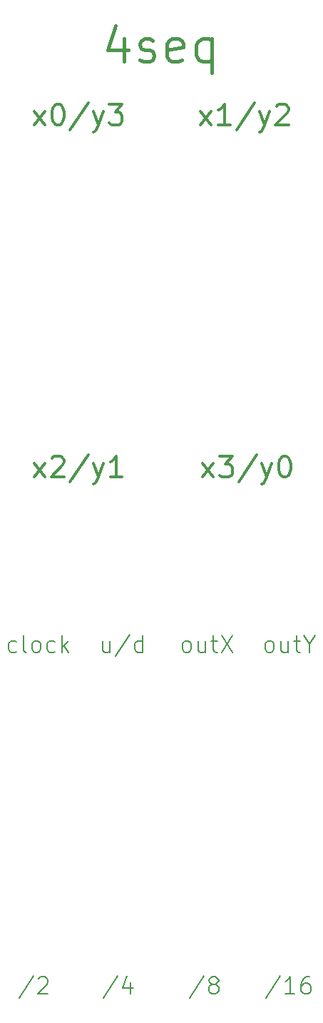
<source format=gbr>
G04 #@! TF.GenerationSoftware,KiCad,Pcbnew,(5.1.5-0)*
G04 #@! TF.CreationDate,2021-01-20T17:01:45-08:00*
G04 #@! TF.ProjectId,4seq,34736571-2e6b-4696-9361-645f70636258,rev?*
G04 #@! TF.SameCoordinates,Original*
G04 #@! TF.FileFunction,Legend,Top*
G04 #@! TF.FilePolarity,Positive*
%FSLAX46Y46*%
G04 Gerber Fmt 4.6, Leading zero omitted, Abs format (unit mm)*
G04 Created by KiCad (PCBNEW (5.1.5-0)) date 2021-01-20 17:01:45*
%MOMM*%
%LPD*%
G04 APERTURE LIST*
%ADD10C,0.200000*%
%ADD11C,0.300000*%
%ADD12C,0.400000*%
G04 APERTURE END LIST*
D10*
X4654761Y-114059523D02*
X2940476Y-116630952D01*
X5226190Y-114345238D02*
X5321428Y-114250000D01*
X5511904Y-114154761D01*
X5988095Y-114154761D01*
X6178571Y-114250000D01*
X6273809Y-114345238D01*
X6369047Y-114535714D01*
X6369047Y-114726190D01*
X6273809Y-115011904D01*
X5130952Y-116154761D01*
X6369047Y-116154761D01*
X24904761Y-114059523D02*
X23190476Y-116630952D01*
X25857142Y-115011904D02*
X25666666Y-114916666D01*
X25571428Y-114821428D01*
X25476190Y-114630952D01*
X25476190Y-114535714D01*
X25571428Y-114345238D01*
X25666666Y-114250000D01*
X25857142Y-114154761D01*
X26238095Y-114154761D01*
X26428571Y-114250000D01*
X26523809Y-114345238D01*
X26619047Y-114535714D01*
X26619047Y-114630952D01*
X26523809Y-114821428D01*
X26428571Y-114916666D01*
X26238095Y-115011904D01*
X25857142Y-115011904D01*
X25666666Y-115107142D01*
X25571428Y-115202380D01*
X25476190Y-115392857D01*
X25476190Y-115773809D01*
X25571428Y-115964285D01*
X25666666Y-116059523D01*
X25857142Y-116154761D01*
X26238095Y-116154761D01*
X26428571Y-116059523D01*
X26523809Y-115964285D01*
X26619047Y-115773809D01*
X26619047Y-115392857D01*
X26523809Y-115202380D01*
X26428571Y-115107142D01*
X26238095Y-115011904D01*
X14654761Y-114059523D02*
X12940476Y-116630952D01*
X16178571Y-114821428D02*
X16178571Y-116154761D01*
X15702380Y-114059523D02*
X15226190Y-115488095D01*
X16464285Y-115488095D01*
X33952380Y-114059523D02*
X32238095Y-116630952D01*
X35666666Y-116154761D02*
X34523809Y-116154761D01*
X35095238Y-116154761D02*
X35095238Y-114154761D01*
X34904761Y-114440476D01*
X34714285Y-114630952D01*
X34523809Y-114726190D01*
X37380952Y-114154761D02*
X37000000Y-114154761D01*
X36809523Y-114250000D01*
X36714285Y-114345238D01*
X36523809Y-114630952D01*
X36428571Y-115011904D01*
X36428571Y-115773809D01*
X36523809Y-115964285D01*
X36619047Y-116059523D01*
X36809523Y-116154761D01*
X37190476Y-116154761D01*
X37380952Y-116059523D01*
X37476190Y-115964285D01*
X37571428Y-115773809D01*
X37571428Y-115297619D01*
X37476190Y-115107142D01*
X37380952Y-115011904D01*
X37190476Y-114916666D01*
X36809523Y-114916666D01*
X36619047Y-115011904D01*
X36523809Y-115107142D01*
X36428571Y-115297619D01*
D11*
X24702380Y-54880952D02*
X26011904Y-53214285D01*
X24702380Y-53214285D02*
X26011904Y-54880952D01*
X26726190Y-52380952D02*
X28273809Y-52380952D01*
X27440476Y-53333333D01*
X27797619Y-53333333D01*
X28035714Y-53452380D01*
X28154761Y-53571428D01*
X28273809Y-53809523D01*
X28273809Y-54404761D01*
X28154761Y-54642857D01*
X28035714Y-54761904D01*
X27797619Y-54880952D01*
X27083333Y-54880952D01*
X26845238Y-54761904D01*
X26726190Y-54642857D01*
X31130952Y-52261904D02*
X28988095Y-55476190D01*
X31726190Y-53214285D02*
X32321428Y-54880952D01*
X32916666Y-53214285D02*
X32321428Y-54880952D01*
X32083333Y-55476190D01*
X31964285Y-55595238D01*
X31726190Y-55714285D01*
X34345238Y-52380952D02*
X34583333Y-52380952D01*
X34821428Y-52500000D01*
X34940476Y-52619047D01*
X35059523Y-52857142D01*
X35178571Y-53333333D01*
X35178571Y-53928571D01*
X35059523Y-54404761D01*
X34940476Y-54642857D01*
X34821428Y-54761904D01*
X34583333Y-54880952D01*
X34345238Y-54880952D01*
X34107142Y-54761904D01*
X33988095Y-54642857D01*
X33869047Y-54404761D01*
X33750000Y-53928571D01*
X33750000Y-53333333D01*
X33869047Y-52857142D01*
X33988095Y-52619047D01*
X34107142Y-52500000D01*
X34345238Y-52380952D01*
X4702380Y-54880952D02*
X6011904Y-53214285D01*
X4702380Y-53214285D02*
X6011904Y-54880952D01*
X6845238Y-52619047D02*
X6964285Y-52500000D01*
X7202380Y-52380952D01*
X7797619Y-52380952D01*
X8035714Y-52500000D01*
X8154761Y-52619047D01*
X8273809Y-52857142D01*
X8273809Y-53095238D01*
X8154761Y-53452380D01*
X6726190Y-54880952D01*
X8273809Y-54880952D01*
X11130952Y-52261904D02*
X8988095Y-55476190D01*
X11726190Y-53214285D02*
X12321428Y-54880952D01*
X12916666Y-53214285D02*
X12321428Y-54880952D01*
X12083333Y-55476190D01*
X11964285Y-55595238D01*
X11726190Y-55714285D01*
X15178571Y-54880952D02*
X13749999Y-54880952D01*
X14464285Y-54880952D02*
X14464285Y-52380952D01*
X14226190Y-52738095D01*
X13988095Y-52976190D01*
X13749999Y-53095238D01*
X24452380Y-13130952D02*
X25761904Y-11464285D01*
X24452380Y-11464285D02*
X25761904Y-13130952D01*
X28023809Y-13130952D02*
X26595238Y-13130952D01*
X27309523Y-13130952D02*
X27309523Y-10630952D01*
X27071428Y-10988095D01*
X26833333Y-11226190D01*
X26595238Y-11345238D01*
X30880952Y-10511904D02*
X28738095Y-13726190D01*
X31476190Y-11464285D02*
X32071428Y-13130952D01*
X32666666Y-11464285D02*
X32071428Y-13130952D01*
X31833333Y-13726190D01*
X31714285Y-13845238D01*
X31476190Y-13964285D01*
X33500000Y-10869047D02*
X33619047Y-10750000D01*
X33857142Y-10630952D01*
X34452380Y-10630952D01*
X34690476Y-10750000D01*
X34809523Y-10869047D01*
X34928571Y-11107142D01*
X34928571Y-11345238D01*
X34809523Y-11702380D01*
X33380952Y-13130952D01*
X34928571Y-13130952D01*
D12*
X15369047Y-2892857D02*
X15369047Y-5559523D01*
X14416666Y-1369047D02*
X13464285Y-4226190D01*
X15940476Y-4226190D01*
X17273809Y-5369047D02*
X17654761Y-5559523D01*
X18416666Y-5559523D01*
X18797619Y-5369047D01*
X18988095Y-4988095D01*
X18988095Y-4797619D01*
X18797619Y-4416666D01*
X18416666Y-4226190D01*
X17845238Y-4226190D01*
X17464285Y-4035714D01*
X17273809Y-3654761D01*
X17273809Y-3464285D01*
X17464285Y-3083333D01*
X17845238Y-2892857D01*
X18416666Y-2892857D01*
X18797619Y-3083333D01*
X22226190Y-5369047D02*
X21845238Y-5559523D01*
X21083333Y-5559523D01*
X20702380Y-5369047D01*
X20511904Y-4988095D01*
X20511904Y-3464285D01*
X20702380Y-3083333D01*
X21083333Y-2892857D01*
X21845238Y-2892857D01*
X22226190Y-3083333D01*
X22416666Y-3464285D01*
X22416666Y-3845238D01*
X20511904Y-4226190D01*
X25845238Y-2892857D02*
X25845238Y-6892857D01*
X25845238Y-5369047D02*
X25464285Y-5559523D01*
X24702380Y-5559523D01*
X24321428Y-5369047D01*
X24130952Y-5178571D01*
X23940476Y-4797619D01*
X23940476Y-3654761D01*
X24130952Y-3273809D01*
X24321428Y-3083333D01*
X24702380Y-2892857D01*
X25464285Y-2892857D01*
X25845238Y-3083333D01*
D11*
X4702380Y-13130952D02*
X6011904Y-11464285D01*
X4702380Y-11464285D02*
X6011904Y-13130952D01*
X7440476Y-10630952D02*
X7678571Y-10630952D01*
X7916666Y-10750000D01*
X8035714Y-10869047D01*
X8154761Y-11107142D01*
X8273809Y-11583333D01*
X8273809Y-12178571D01*
X8154761Y-12654761D01*
X8035714Y-12892857D01*
X7916666Y-13011904D01*
X7678571Y-13130952D01*
X7440476Y-13130952D01*
X7202380Y-13011904D01*
X7083333Y-12892857D01*
X6964285Y-12654761D01*
X6845238Y-12178571D01*
X6845238Y-11583333D01*
X6964285Y-11107142D01*
X7083333Y-10869047D01*
X7202380Y-10750000D01*
X7440476Y-10630952D01*
X11130952Y-10511904D02*
X8988095Y-13726190D01*
X11726190Y-11464285D02*
X12321428Y-13130952D01*
X12916666Y-11464285D02*
X12321428Y-13130952D01*
X12083333Y-13726190D01*
X11964285Y-13845238D01*
X11726190Y-13964285D01*
X13630952Y-10630952D02*
X15178571Y-10630952D01*
X14345238Y-11583333D01*
X14702380Y-11583333D01*
X14940476Y-11702380D01*
X15059523Y-11821428D01*
X15178571Y-12059523D01*
X15178571Y-12654761D01*
X15059523Y-12892857D01*
X14940476Y-13011904D01*
X14702380Y-13130952D01*
X13988095Y-13130952D01*
X13749999Y-13011904D01*
X13630952Y-12892857D01*
D10*
X2630952Y-75559523D02*
X2440476Y-75654761D01*
X2059523Y-75654761D01*
X1869047Y-75559523D01*
X1773809Y-75464285D01*
X1678571Y-75273809D01*
X1678571Y-74702380D01*
X1773809Y-74511904D01*
X1869047Y-74416666D01*
X2059523Y-74321428D01*
X2440476Y-74321428D01*
X2630952Y-74416666D01*
X3773809Y-75654761D02*
X3583333Y-75559523D01*
X3488095Y-75369047D01*
X3488095Y-73654761D01*
X4821428Y-75654761D02*
X4630952Y-75559523D01*
X4535714Y-75464285D01*
X4440476Y-75273809D01*
X4440476Y-74702380D01*
X4535714Y-74511904D01*
X4630952Y-74416666D01*
X4821428Y-74321428D01*
X5107142Y-74321428D01*
X5297619Y-74416666D01*
X5392857Y-74511904D01*
X5488095Y-74702380D01*
X5488095Y-75273809D01*
X5392857Y-75464285D01*
X5297619Y-75559523D01*
X5107142Y-75654761D01*
X4821428Y-75654761D01*
X7202380Y-75559523D02*
X7011904Y-75654761D01*
X6630952Y-75654761D01*
X6440476Y-75559523D01*
X6345238Y-75464285D01*
X6249999Y-75273809D01*
X6249999Y-74702380D01*
X6345238Y-74511904D01*
X6440476Y-74416666D01*
X6630952Y-74321428D01*
X7011904Y-74321428D01*
X7202380Y-74416666D01*
X8059523Y-75654761D02*
X8059523Y-73654761D01*
X8250000Y-74892857D02*
X8821428Y-75654761D01*
X8821428Y-74321428D02*
X8059523Y-75083333D01*
X32523809Y-75654761D02*
X32333333Y-75559523D01*
X32238095Y-75464285D01*
X32142857Y-75273809D01*
X32142857Y-74702380D01*
X32238095Y-74511904D01*
X32333333Y-74416666D01*
X32523809Y-74321428D01*
X32809523Y-74321428D01*
X33000000Y-74416666D01*
X33095238Y-74511904D01*
X33190476Y-74702380D01*
X33190476Y-75273809D01*
X33095238Y-75464285D01*
X33000000Y-75559523D01*
X32809523Y-75654761D01*
X32523809Y-75654761D01*
X34904761Y-74321428D02*
X34904761Y-75654761D01*
X34047619Y-74321428D02*
X34047619Y-75369047D01*
X34142857Y-75559523D01*
X34333333Y-75654761D01*
X34619047Y-75654761D01*
X34809523Y-75559523D01*
X34904761Y-75464285D01*
X35571428Y-74321428D02*
X36333333Y-74321428D01*
X35857142Y-73654761D02*
X35857142Y-75369047D01*
X35952380Y-75559523D01*
X36142857Y-75654761D01*
X36333333Y-75654761D01*
X37380952Y-74702380D02*
X37380952Y-75654761D01*
X36714285Y-73654761D02*
X37380952Y-74702380D01*
X38047619Y-73654761D01*
X22678571Y-75654761D02*
X22488095Y-75559523D01*
X22392857Y-75464285D01*
X22297619Y-75273809D01*
X22297619Y-74702380D01*
X22392857Y-74511904D01*
X22488095Y-74416666D01*
X22678571Y-74321428D01*
X22964285Y-74321428D01*
X23154761Y-74416666D01*
X23250000Y-74511904D01*
X23345238Y-74702380D01*
X23345238Y-75273809D01*
X23250000Y-75464285D01*
X23154761Y-75559523D01*
X22964285Y-75654761D01*
X22678571Y-75654761D01*
X25059523Y-74321428D02*
X25059523Y-75654761D01*
X24202380Y-74321428D02*
X24202380Y-75369047D01*
X24297619Y-75559523D01*
X24488095Y-75654761D01*
X24773809Y-75654761D01*
X24964285Y-75559523D01*
X25059523Y-75464285D01*
X25726190Y-74321428D02*
X26488095Y-74321428D01*
X26011904Y-73654761D02*
X26011904Y-75369047D01*
X26107142Y-75559523D01*
X26297619Y-75654761D01*
X26488095Y-75654761D01*
X26964285Y-73654761D02*
X28297619Y-75654761D01*
X28297619Y-73654761D02*
X26964285Y-75654761D01*
X13726190Y-74321428D02*
X13726190Y-75654761D01*
X12869047Y-74321428D02*
X12869047Y-75369047D01*
X12964285Y-75559523D01*
X13154761Y-75654761D01*
X13440476Y-75654761D01*
X13630952Y-75559523D01*
X13726190Y-75464285D01*
X16107142Y-73559523D02*
X14392857Y-76130952D01*
X17630952Y-75654761D02*
X17630952Y-73654761D01*
X17630952Y-75559523D02*
X17440476Y-75654761D01*
X17059523Y-75654761D01*
X16869047Y-75559523D01*
X16773809Y-75464285D01*
X16678571Y-75273809D01*
X16678571Y-74702380D01*
X16773809Y-74511904D01*
X16869047Y-74416666D01*
X17059523Y-74321428D01*
X17440476Y-74321428D01*
X17630952Y-74416666D01*
M02*

</source>
